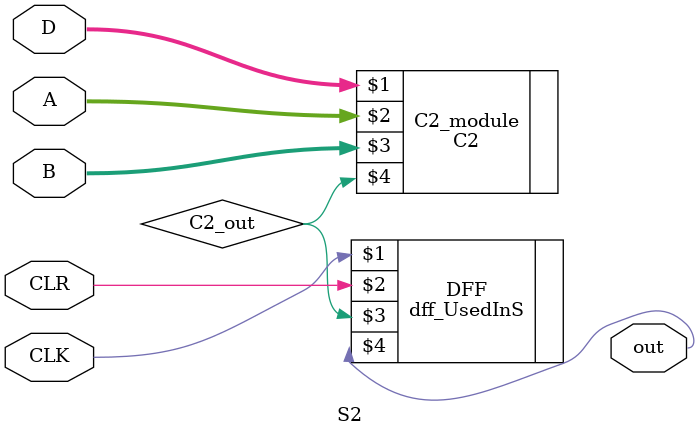
<source format=v>
module S2(D,A,B,CLR,CLK,out);
input [3:0] D;
input [1:0] A,B;
input CLR,CLK;
output out;
wire C2_out;
C2 C2_module(D,A,B,C2_out);
dff_UsedInS DFF(CLK,CLR,C2_out,out);
endmodule
</source>
